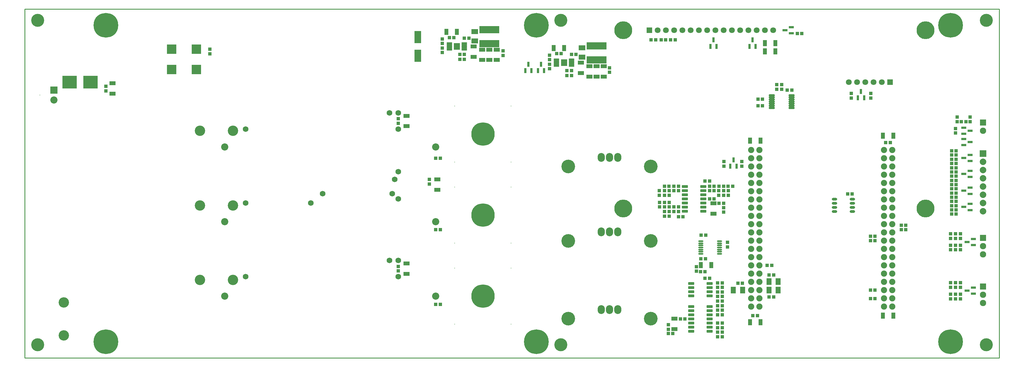
<source format=gts>
G04 Layer_Color=8388736*
%FSLAX43Y43*%
%MOMM*%
G71*
G01*
G75*
%ADD36C,0.254*%
%ADD77R,2.903X2.903*%
%ADD78O,1.550X0.500*%
%ADD79R,6.203X2.203*%
%ADD80R,0.803X1.553*%
%ADD81O,1.653X0.853*%
%ADD82R,2.003X1.543*%
%ADD83R,1.003X1.103*%
G04:AMPARAMS|DCode=84|XSize=0.653mm|YSize=1.803mm|CornerRadius=0.151mm|HoleSize=0mm|Usage=FLASHONLY|Rotation=90.000|XOffset=0mm|YOffset=0mm|HoleType=Round|Shape=RoundedRectangle|*
%AMROUNDEDRECTD84*
21,1,0.653,1.501,0,0,90.0*
21,1,0.351,1.803,0,0,90.0*
1,1,0.302,0.750,0.175*
1,1,0.302,0.750,-0.175*
1,1,0.302,-0.750,-0.175*
1,1,0.302,-0.750,0.175*
%
%ADD84ROUNDEDRECTD84*%
%ADD85R,4.443X4.013*%
%ADD86R,2.003X3.753*%
%ADD87C,4.000*%
G04:AMPARAMS|DCode=88|XSize=0.853mm|YSize=1.853mm|CornerRadius=0.15mm|HoleSize=0mm|Usage=FLASHONLY|Rotation=90.000|XOffset=0mm|YOffset=0mm|HoleType=Round|Shape=RoundedRectangle|*
%AMROUNDEDRECTD88*
21,1,0.853,1.552,0,0,90.0*
21,1,0.552,1.853,0,0,90.0*
1,1,0.301,0.776,0.276*
1,1,0.301,0.776,-0.276*
1,1,0.301,-0.776,-0.276*
1,1,0.301,-0.776,0.276*
%
%ADD88ROUNDEDRECTD88*%
%ADD89R,1.903X1.203*%
%ADD90R,1.103X1.003*%
G04:AMPARAMS|DCode=91|XSize=0.503mm|YSize=1.753mm|CornerRadius=0.151mm|HoleSize=0mm|Usage=FLASHONLY|Rotation=90.000|XOffset=0mm|YOffset=0mm|HoleType=Round|Shape=RoundedRectangle|*
%AMROUNDEDRECTD91*
21,1,0.503,1.451,0,0,90.0*
21,1,0.201,1.753,0,0,90.0*
1,1,0.302,0.726,0.101*
1,1,0.302,0.726,-0.101*
1,1,0.302,-0.726,-0.101*
1,1,0.302,-0.726,0.101*
%
%ADD91ROUNDEDRECTD91*%
G04:AMPARAMS|DCode=92|XSize=1.933mm|YSize=2.103mm|CornerRadius=0.153mm|HoleSize=0mm|Usage=FLASHONLY|Rotation=0.000|XOffset=0mm|YOffset=0mm|HoleType=Round|Shape=RoundedRectangle|*
%AMROUNDEDRECTD92*
21,1,1.933,1.796,0,0,0.0*
21,1,1.626,2.103,0,0,0.0*
1,1,0.307,0.813,-0.898*
1,1,0.307,-0.813,-0.898*
1,1,0.307,-0.813,0.898*
1,1,0.307,0.813,0.898*
%
%ADD92ROUNDEDRECTD92*%
%ADD93R,1.553X0.803*%
%ADD94R,1.543X2.003*%
%ADD95R,1.203X1.903*%
%ADD96O,2.203X2.703*%
%ADD97C,0.203*%
%ADD98C,7.203*%
%ADD99C,1.727*%
%ADD100C,2.203*%
%ADD101C,3.203*%
%ADD102C,1.803*%
%ADD103R,1.803X1.803*%
%ADD104C,7.603*%
%ADD105C,5.503*%
%ADD106C,1.903*%
%ADD107R,1.953X1.953*%
%ADD108C,1.953*%
%ADD109C,4.203*%
%ADD110R,0.203X0.203*%
%ADD111R,2.203X2.203*%
%ADD112C,2.003*%
%ADD113R,2.003X2.003*%
%ADD114C,0.803*%
D36*
X0Y0D02*
X300000D01*
Y107500D01*
X0D02*
X300000D01*
X0Y0D02*
Y107500D01*
D77*
X45190Y95110D02*
D03*
X52810D02*
D03*
Y88890D02*
D03*
X45190D02*
D03*
D78*
X208125Y35950D02*
D03*
Y35300D02*
D03*
Y34650D02*
D03*
Y34000D02*
D03*
Y33350D02*
D03*
Y32700D02*
D03*
Y32050D02*
D03*
X213875Y35950D02*
D03*
Y35300D02*
D03*
Y34650D02*
D03*
Y34000D02*
D03*
Y33350D02*
D03*
Y32700D02*
D03*
Y32050D02*
D03*
D79*
X176000Y96150D02*
D03*
Y91850D02*
D03*
X143000Y101150D02*
D03*
Y96850D02*
D03*
D80*
X157950Y88525D02*
D03*
X159850D02*
D03*
X158900Y90475D02*
D03*
X218130Y61045D02*
D03*
X219080Y59095D02*
D03*
X217180D02*
D03*
X224000Y97975D02*
D03*
X224950Y96025D02*
D03*
X223050D02*
D03*
X212000Y97975D02*
D03*
X212950Y96025D02*
D03*
X211050D02*
D03*
X257400Y82075D02*
D03*
X258350Y80125D02*
D03*
X256450D02*
D03*
X154050Y88525D02*
D03*
X155950D02*
D03*
X155000Y90475D02*
D03*
D81*
X249275Y48905D02*
D03*
Y47635D02*
D03*
Y46365D02*
D03*
Y45095D02*
D03*
X254725Y48905D02*
D03*
Y47635D02*
D03*
Y46365D02*
D03*
Y45095D02*
D03*
D82*
X171500Y95530D02*
D03*
Y92670D02*
D03*
X138500Y97670D02*
D03*
Y100530D02*
D03*
D83*
X260300Y18300D02*
D03*
X261700D02*
D03*
X289700Y72800D02*
D03*
X288300D02*
D03*
X260300Y36100D02*
D03*
X261700D02*
D03*
X271200Y39500D02*
D03*
X269800D02*
D03*
X261700Y37500D02*
D03*
X260300D02*
D03*
X269800Y40900D02*
D03*
X271200D02*
D03*
X227100Y77700D02*
D03*
X225700D02*
D03*
X227100Y79700D02*
D03*
X225700D02*
D03*
X239200Y100000D02*
D03*
X237800D02*
D03*
X210800Y54500D02*
D03*
X209400D02*
D03*
X201200Y43500D02*
D03*
X202600D02*
D03*
X209400Y24500D02*
D03*
X210800D02*
D03*
X198800Y98000D02*
D03*
X200200D02*
D03*
X197300D02*
D03*
X195900D02*
D03*
X286700Y52100D02*
D03*
X285300D02*
D03*
X286700Y50800D02*
D03*
X285300D02*
D03*
X286700Y46900D02*
D03*
X285300D02*
D03*
X286700Y45600D02*
D03*
X285300D02*
D03*
X133900Y93500D02*
D03*
X135300D02*
D03*
Y92000D02*
D03*
X133900D02*
D03*
X166900Y88500D02*
D03*
X168300D02*
D03*
Y87000D02*
D03*
X166900D02*
D03*
X127900Y61500D02*
D03*
X126500D02*
D03*
X212200Y51500D02*
D03*
X210800D02*
D03*
Y52900D02*
D03*
X212200D02*
D03*
X217900D02*
D03*
X216500D02*
D03*
X127900Y39500D02*
D03*
X126500D02*
D03*
X199800Y51500D02*
D03*
X201200D02*
D03*
Y52900D02*
D03*
X199800D02*
D03*
X127900Y16500D02*
D03*
X126500D02*
D03*
X199800Y46500D02*
D03*
X201200D02*
D03*
Y45100D02*
D03*
X199800D02*
D03*
X214700Y9300D02*
D03*
X213300D02*
D03*
X213300Y6500D02*
D03*
X214700D02*
D03*
X214700Y20300D02*
D03*
X213300D02*
D03*
Y23100D02*
D03*
X214700D02*
D03*
X214700Y14700D02*
D03*
X213300D02*
D03*
Y17500D02*
D03*
X214700D02*
D03*
X213700Y47600D02*
D03*
X215100D02*
D03*
X199500Y7500D02*
D03*
X198100D02*
D03*
X234700Y82500D02*
D03*
X236100D02*
D03*
X194200Y98000D02*
D03*
X192800D02*
D03*
X130700Y98700D02*
D03*
X132100D02*
D03*
X136700Y98500D02*
D03*
X135300D02*
D03*
X165100Y93800D02*
D03*
X163700D02*
D03*
X169700Y93500D02*
D03*
X168300D02*
D03*
X253300Y50500D02*
D03*
X254700D02*
D03*
X266430Y66370D02*
D03*
X265030D02*
D03*
X224130Y12970D02*
D03*
X225530D02*
D03*
X212200Y49000D02*
D03*
X210800D02*
D03*
X209500Y30500D02*
D03*
X208100D02*
D03*
X209400Y26600D02*
D03*
X208000D02*
D03*
X213700Y52900D02*
D03*
X215100D02*
D03*
X198300D02*
D03*
X196900D02*
D03*
X209600Y37800D02*
D03*
X208200D02*
D03*
X201800Y12000D02*
D03*
X203200D02*
D03*
X214700Y10700D02*
D03*
X213300D02*
D03*
Y7900D02*
D03*
X214700D02*
D03*
X214700Y18900D02*
D03*
X213300D02*
D03*
Y21700D02*
D03*
X214700D02*
D03*
X214700Y13300D02*
D03*
X213300D02*
D03*
Y16100D02*
D03*
X214700D02*
D03*
X285300Y56000D02*
D03*
X286700D02*
D03*
X285300Y57300D02*
D03*
X286700D02*
D03*
X285300Y61200D02*
D03*
X286700D02*
D03*
X285300Y62500D02*
D03*
X286700D02*
D03*
Y63800D02*
D03*
X285300D02*
D03*
X286700Y59900D02*
D03*
X285300D02*
D03*
X286700Y58600D02*
D03*
X285300D02*
D03*
X286700Y54700D02*
D03*
X285300D02*
D03*
X286700Y53400D02*
D03*
X285300D02*
D03*
X286700Y49500D02*
D03*
X285300D02*
D03*
X286700Y48200D02*
D03*
X285300D02*
D03*
X286700Y44300D02*
D03*
X285300D02*
D03*
X229100Y18800D02*
D03*
X230500D02*
D03*
X220900Y23000D02*
D03*
X219500D02*
D03*
X229100Y25500D02*
D03*
X230500D02*
D03*
X260300Y20900D02*
D03*
X261700D02*
D03*
X229900Y28500D02*
D03*
X228500D02*
D03*
D84*
X236050Y77050D02*
D03*
Y77700D02*
D03*
Y78350D02*
D03*
Y79000D02*
D03*
Y79650D02*
D03*
Y80300D02*
D03*
Y80950D02*
D03*
X229950Y77050D02*
D03*
Y77700D02*
D03*
Y78350D02*
D03*
Y79000D02*
D03*
Y79650D02*
D03*
Y80300D02*
D03*
Y80950D02*
D03*
D85*
X13815Y85000D02*
D03*
X20185D02*
D03*
D86*
X121000Y98875D02*
D03*
Y93125D02*
D03*
D87*
X4000Y4000D02*
D03*
X296000D02*
D03*
Y104000D02*
D03*
X4000D02*
D03*
X165000Y4000D02*
D03*
Y104000D02*
D03*
D88*
X205175Y15810D02*
D03*
Y14540D02*
D03*
Y13270D02*
D03*
Y12000D02*
D03*
Y10730D02*
D03*
Y9460D02*
D03*
Y8190D02*
D03*
X210825Y15810D02*
D03*
Y14540D02*
D03*
Y13270D02*
D03*
Y12000D02*
D03*
Y10730D02*
D03*
Y9460D02*
D03*
Y8190D02*
D03*
X205175Y22905D02*
D03*
Y21635D02*
D03*
Y20365D02*
D03*
Y19095D02*
D03*
X210825Y22905D02*
D03*
Y21635D02*
D03*
Y20365D02*
D03*
Y19095D02*
D03*
X208825Y45190D02*
D03*
Y46460D02*
D03*
Y47730D02*
D03*
Y49000D02*
D03*
Y50270D02*
D03*
Y51540D02*
D03*
Y52810D02*
D03*
X203175Y45190D02*
D03*
Y46460D02*
D03*
Y47730D02*
D03*
Y49000D02*
D03*
Y50270D02*
D03*
Y51540D02*
D03*
Y52810D02*
D03*
D89*
X200000Y8900D02*
D03*
Y12100D02*
D03*
X171200Y91000D02*
D03*
Y87800D02*
D03*
X145300Y95000D02*
D03*
Y91800D02*
D03*
X138200Y96000D02*
D03*
Y92800D02*
D03*
X143000Y95000D02*
D03*
Y91800D02*
D03*
X140800Y95000D02*
D03*
Y91800D02*
D03*
X178200Y89900D02*
D03*
Y86700D02*
D03*
X176000Y89900D02*
D03*
Y86700D02*
D03*
X173800Y89900D02*
D03*
Y86700D02*
D03*
X27000Y84600D02*
D03*
Y81400D02*
D03*
X212000Y47600D02*
D03*
Y44400D02*
D03*
X117500Y71400D02*
D03*
Y74600D02*
D03*
X127000Y55000D02*
D03*
Y51800D02*
D03*
X117500Y25900D02*
D03*
Y29100D02*
D03*
D90*
X287000Y72800D02*
D03*
Y74200D02*
D03*
X233000Y82800D02*
D03*
Y84200D02*
D03*
X231500Y82800D02*
D03*
Y84200D02*
D03*
X285000Y18200D02*
D03*
Y19600D02*
D03*
Y21740D02*
D03*
Y23140D02*
D03*
X286500Y19600D02*
D03*
Y18200D02*
D03*
Y21740D02*
D03*
Y23140D02*
D03*
X288000Y18200D02*
D03*
Y19600D02*
D03*
Y23140D02*
D03*
Y21740D02*
D03*
Y33300D02*
D03*
Y34700D02*
D03*
Y38200D02*
D03*
Y36800D02*
D03*
X216600Y50100D02*
D03*
Y51500D02*
D03*
X195400Y47900D02*
D03*
Y46500D02*
D03*
X254400Y81500D02*
D03*
Y80100D02*
D03*
X260400Y81500D02*
D03*
Y80100D02*
D03*
X128500Y98300D02*
D03*
Y96900D02*
D03*
X161500Y93300D02*
D03*
Y91900D02*
D03*
X215100Y51500D02*
D03*
Y50100D02*
D03*
X196900Y51500D02*
D03*
Y50100D02*
D03*
X195300D02*
D03*
Y51500D02*
D03*
X196900Y46500D02*
D03*
Y47900D02*
D03*
Y43700D02*
D03*
Y45100D02*
D03*
X206700Y28100D02*
D03*
Y26700D02*
D03*
X128500Y95500D02*
D03*
Y94100D02*
D03*
X147200Y94600D02*
D03*
Y93200D02*
D03*
X161500Y89100D02*
D03*
Y90500D02*
D03*
X180000Y88000D02*
D03*
Y89400D02*
D03*
X57000Y93700D02*
D03*
Y95100D02*
D03*
X25000Y82300D02*
D03*
Y83700D02*
D03*
X220730Y60470D02*
D03*
Y59070D02*
D03*
X215230Y60470D02*
D03*
Y59070D02*
D03*
X215100Y44900D02*
D03*
Y46300D02*
D03*
X115000Y73700D02*
D03*
Y72300D02*
D03*
X213600Y51500D02*
D03*
Y50100D02*
D03*
X124500Y53600D02*
D03*
Y55000D02*
D03*
X198400Y51500D02*
D03*
Y50100D02*
D03*
X115000Y28200D02*
D03*
Y26800D02*
D03*
X198400Y46500D02*
D03*
Y47900D02*
D03*
Y43700D02*
D03*
Y45100D02*
D03*
X198100Y10200D02*
D03*
Y8800D02*
D03*
X291000Y72800D02*
D03*
Y74200D02*
D03*
X286500Y38200D02*
D03*
Y36800D02*
D03*
Y33300D02*
D03*
Y34700D02*
D03*
X285000Y38200D02*
D03*
Y36800D02*
D03*
Y34700D02*
D03*
Y33300D02*
D03*
X286500Y70700D02*
D03*
Y69300D02*
D03*
X216300Y35600D02*
D03*
Y34200D02*
D03*
D91*
X168325Y92000D02*
D03*
X163675D02*
D03*
Y91500D02*
D03*
Y91000D02*
D03*
Y90500D02*
D03*
Y90000D02*
D03*
X168325Y91500D02*
D03*
Y91000D02*
D03*
Y90500D02*
D03*
Y90000D02*
D03*
X135325Y95000D02*
D03*
Y95500D02*
D03*
Y96000D02*
D03*
Y96500D02*
D03*
X130675Y95000D02*
D03*
Y95500D02*
D03*
Y96000D02*
D03*
Y96500D02*
D03*
Y97000D02*
D03*
X135325D02*
D03*
D92*
X166000Y91000D02*
D03*
X133000Y96000D02*
D03*
D93*
X234025Y101000D02*
D03*
X235975Y101950D02*
D03*
Y100050D02*
D03*
X290025Y20700D02*
D03*
X291975Y21650D02*
D03*
Y19750D02*
D03*
X289025Y61600D02*
D03*
X290975Y62550D02*
D03*
Y60650D02*
D03*
X289025Y56700D02*
D03*
X290975Y57650D02*
D03*
Y55750D02*
D03*
X289025Y51500D02*
D03*
X290975Y52450D02*
D03*
Y50550D02*
D03*
X289025Y46500D02*
D03*
X290975Y47450D02*
D03*
Y45550D02*
D03*
X291975Y34750D02*
D03*
Y36650D02*
D03*
X290025Y35700D02*
D03*
X289025Y70950D02*
D03*
Y69050D02*
D03*
X290975Y70000D02*
D03*
X289025Y67450D02*
D03*
Y65550D02*
D03*
X290975Y66500D02*
D03*
D94*
X229070Y23500D02*
D03*
X231930D02*
D03*
X218070Y20900D02*
D03*
X220930D02*
D03*
X229070D02*
D03*
X231930D02*
D03*
D95*
X231000Y97000D02*
D03*
X227800D02*
D03*
X231000Y94500D02*
D03*
X227800D02*
D03*
X129800Y100500D02*
D03*
X133000D02*
D03*
X162800Y95500D02*
D03*
X166000D02*
D03*
X223230Y66970D02*
D03*
X226430D02*
D03*
X267330Y12970D02*
D03*
X264130D02*
D03*
Y68470D02*
D03*
X267330D02*
D03*
X226430Y10970D02*
D03*
X223230D02*
D03*
X208100Y28600D02*
D03*
X211300D02*
D03*
D96*
X182550Y14900D02*
D03*
X180000D02*
D03*
X177450D02*
D03*
X182550Y61800D02*
D03*
X180000D02*
D03*
X177450D02*
D03*
Y38800D02*
D03*
X180000D02*
D03*
X182550D02*
D03*
D97*
X132350Y52650D02*
D03*
X149650Y35350D02*
D03*
Y52650D02*
D03*
X132350Y35350D02*
D03*
Y10350D02*
D03*
X149650Y27650D02*
D03*
Y10350D02*
D03*
X132350Y27650D02*
D03*
Y60350D02*
D03*
X149650Y77650D02*
D03*
Y60350D02*
D03*
X132350Y77650D02*
D03*
D98*
X141000Y44000D02*
D03*
Y19000D02*
D03*
Y69000D02*
D03*
D99*
X68000Y25000D02*
D03*
X115000Y30000D02*
D03*
Y25000D02*
D03*
X112250Y30000D02*
D03*
X91680Y50570D02*
D03*
X115000Y57380D02*
D03*
X113120Y50570D02*
D03*
X113880Y54970D02*
D03*
X115000Y49000D02*
D03*
X68000Y47700D02*
D03*
X88000D02*
D03*
X112250Y75500D02*
D03*
X115000Y70500D02*
D03*
Y75500D02*
D03*
X68000Y70500D02*
D03*
D100*
X61500Y19000D02*
D03*
X126500D02*
D03*
X9000Y79500D02*
D03*
X61500Y65000D02*
D03*
X126500D02*
D03*
X61500Y42000D02*
D03*
X126500D02*
D03*
D101*
X53920Y24000D02*
D03*
X64080D02*
D03*
X12000Y6920D02*
D03*
Y17080D02*
D03*
X53920Y70000D02*
D03*
X64080D02*
D03*
X53920Y47000D02*
D03*
X64080D02*
D03*
D102*
X253650Y85000D02*
D03*
X258730D02*
D03*
X263810D02*
D03*
X261270D02*
D03*
X256190D02*
D03*
X227810Y101000D02*
D03*
X222730D02*
D03*
X215110D02*
D03*
X210030D02*
D03*
X204950D02*
D03*
X199870D02*
D03*
X194790D02*
D03*
X197330D02*
D03*
X202410D02*
D03*
X207490D02*
D03*
X212570D02*
D03*
X217650D02*
D03*
X220190D02*
D03*
X225270D02*
D03*
X230350D02*
D03*
D103*
X266350Y85000D02*
D03*
X192250Y101000D02*
D03*
D104*
X25000Y5000D02*
D03*
Y102500D02*
D03*
X157500D02*
D03*
X285000D02*
D03*
Y5000D02*
D03*
X157500Y5000D02*
D03*
D105*
X184250Y46000D02*
D03*
Y101000D02*
D03*
X277250D02*
D03*
X277270Y46000D02*
D03*
D106*
X223560Y64100D02*
D03*
Y61560D02*
D03*
Y59020D02*
D03*
Y56480D02*
D03*
Y53940D02*
D03*
Y51400D02*
D03*
Y48860D02*
D03*
Y46320D02*
D03*
Y43780D02*
D03*
Y41240D02*
D03*
Y38700D02*
D03*
Y36160D02*
D03*
Y33620D02*
D03*
Y31080D02*
D03*
Y28540D02*
D03*
Y26000D02*
D03*
Y23460D02*
D03*
Y20920D02*
D03*
Y18380D02*
D03*
Y15840D02*
D03*
X226100Y64100D02*
D03*
Y61560D02*
D03*
Y59020D02*
D03*
Y56480D02*
D03*
Y53940D02*
D03*
Y51400D02*
D03*
Y48860D02*
D03*
Y46320D02*
D03*
Y43780D02*
D03*
Y41240D02*
D03*
Y38700D02*
D03*
Y36160D02*
D03*
Y33620D02*
D03*
Y31080D02*
D03*
Y28540D02*
D03*
Y26000D02*
D03*
Y23460D02*
D03*
Y20920D02*
D03*
Y18380D02*
D03*
Y15840D02*
D03*
X267000D02*
D03*
Y18380D02*
D03*
Y20920D02*
D03*
Y23460D02*
D03*
Y26000D02*
D03*
Y28540D02*
D03*
Y31080D02*
D03*
Y33620D02*
D03*
Y36160D02*
D03*
Y38700D02*
D03*
Y41240D02*
D03*
Y43780D02*
D03*
Y46320D02*
D03*
Y48860D02*
D03*
Y51400D02*
D03*
Y53940D02*
D03*
Y56480D02*
D03*
Y59020D02*
D03*
Y61560D02*
D03*
Y64100D02*
D03*
X264460Y15840D02*
D03*
Y18380D02*
D03*
Y20920D02*
D03*
Y23460D02*
D03*
Y26000D02*
D03*
Y28540D02*
D03*
Y31080D02*
D03*
Y33620D02*
D03*
Y36160D02*
D03*
Y38700D02*
D03*
Y41240D02*
D03*
Y43780D02*
D03*
Y46320D02*
D03*
Y48860D02*
D03*
Y51400D02*
D03*
Y53940D02*
D03*
Y56480D02*
D03*
Y59020D02*
D03*
Y61560D02*
D03*
Y64100D02*
D03*
D107*
X295000Y37000D02*
D03*
Y72500D02*
D03*
Y22000D02*
D03*
D108*
Y34460D02*
D03*
Y31920D02*
D03*
Y69960D02*
D03*
Y16920D02*
D03*
Y19460D02*
D03*
D109*
X167300Y59000D02*
D03*
X192700D02*
D03*
X167300Y12100D02*
D03*
X192700D02*
D03*
X167300Y36000D02*
D03*
X192700D02*
D03*
D110*
X4680Y81000D02*
D03*
D111*
X9000Y82500D02*
D03*
D112*
X295000Y45220D02*
D03*
Y47760D02*
D03*
Y50300D02*
D03*
Y52840D02*
D03*
Y55380D02*
D03*
Y57920D02*
D03*
Y60460D02*
D03*
D113*
Y63000D02*
D03*
D114*
X166500Y90500D02*
D03*
X165500D02*
D03*
X166500Y91500D02*
D03*
X165500D02*
D03*
X132500Y96500D02*
D03*
X133500D02*
D03*
X132500Y95500D02*
D03*
X133500D02*
D03*
M02*

</source>
